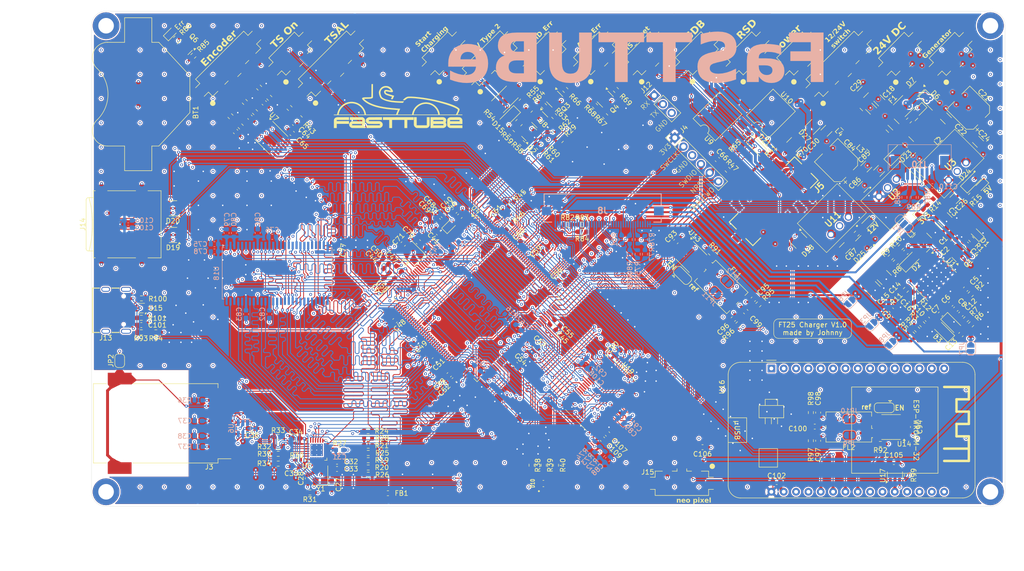
<source format=kicad_pcb>
(kicad_pcb
	(version 20241229)
	(generator "pcbnew")
	(generator_version "9.0")
	(general
		(thickness 1.6238)
		(legacy_teardrops no)
	)
	(paper "A4")
	(layers
		(0 "F.Cu" signal)
		(4 "In1.Cu" power)
		(6 "In2.Cu" power)
		(2 "B.Cu" signal)
		(9 "F.Adhes" user "F.Adhesive")
		(11 "B.Adhes" user "B.Adhesive")
		(13 "F.Paste" user)
		(15 "B.Paste" user)
		(5 "F.SilkS" user "F.Silkscreen")
		(7 "B.SilkS" user "B.Silkscreen")
		(1 "F.Mask" user)
		(3 "B.Mask" user)
		(17 "Dwgs.User" user "User.Drawings")
		(19 "Cmts.User" user "User.Comments")
		(21 "Eco1.User" user "User.Eco1")
		(23 "Eco2.User" user "User.Eco2")
		(25 "Edge.Cuts" user)
		(27 "Margin" user)
		(31 "F.CrtYd" user "F.Courtyard")
		(29 "B.CrtYd" user "B.Courtyard")
		(35 "F.Fab" user)
		(33 "B.Fab" user)
		(39 "User.1" user)
		(41 "User.2" user)
		(43 "User.3" user)
		(45 "User.4" user)
		(47 "User.5" user)
		(49 "User.6" user)
		(51 "User.7" user)
		(53 "User.8" user)
		(55 "User.9" user)
	)
	(setup
		(stackup
			(layer "F.SilkS"
				(type "Top Silk Screen")
			)
			(layer "F.Paste"
				(type "Top Solder Paste")
			)
			(layer "F.Mask"
				(type "Top Solder Mask")
				(thickness 0.01)
			)
			(layer "F.Cu"
				(type "copper")
				(thickness 0.035)
			)
			(layer "dielectric 1"
				(type "prepreg")
				(thickness 0.0994)
				(material "FR4")
				(epsilon_r 4.1)
				(loss_tangent 0.02)
			)
			(layer "In1.Cu"
				(type "copper")
				(thickness 0.035)
			)
			(layer "dielectric 2"
				(type "core")
				(thickness 1.265)
				(material "FR4")
				(epsilon_r 4.5)
				(loss_tangent 0.02)
			)
			(layer "In2.Cu"
				(type "copper")
				(thickness 0.035)
			)
			(layer "dielectric 3"
				(type "prepreg")
				(thickness 0.0994)
				(material "FR4")
				(epsilon_r 4.1)
				(loss_tangent 0.02)
			)
			(layer "B.Cu"
				(type "copper")
				(thickness 0.035)
			)
			(layer "B.Mask"
				(type "Bottom Solder Mask")
				(thickness 0.01)
			)
			(layer "B.Paste"
				(type "Bottom Solder Paste")
			)
			(layer "B.SilkS"
				(type "Bottom Silk Screen")
			)
			(copper_finish "None")
			(dielectric_constraints yes)
		)
		(pad_to_mask_clearance 0)
		(allow_soldermask_bridges_in_footprints no)
		(tenting front back)
		(pcbplotparams
			(layerselection 0x00000000_00000000_55555555_5755f5ff)
			(plot_on_all_layers_selection 0x00000000_00000000_00000000_00000000)
			(disableapertmacros no)
			(usegerberextensions no)
			(usegerberattributes no)
			(usegerberadvancedattributes no)
			(creategerberjobfile yes)
			(dashed_line_dash_ratio 12.000000)
			(dashed_line_gap_ratio 3.000000)
			(svgprecision 4)
			(plotframeref no)
			(mode 1)
			(useauxorigin no)
			(hpglpennumber 1)
			(hpglpenspeed 20)
			(hpglpendiameter 15.000000)
			(pdf_front_fp_property_popups yes)
			(pdf_back_fp_property_popups yes)
			(pdf_metadata yes)
			(pdf_single_document no)
			(dxfpolygonmode yes)
			(dxfimperialunits yes)
			(dxfusepcbnewfont yes)
			(psnegative no)
			(psa4output no)
			(plot_black_and_white yes)
			(sketchpadsonfab no)
			(plotpadnumbers no)
			(hidednponfab no)
			(sketchdnponfab no)
			(crossoutdnponfab no)
			(subtractmaskfromsilk yes)
			(outputformat 1)
			(mirror no)
			(drillshape 0)
			(scaleselection 1)
			(outputdirectory "Gerber/")
		)
	)
	(net 0 "")
	(net 1 "+3V3_FER")
	(net 2 "Earth")
	(net 3 "/Ethernet/LED_G")
	(net 4 "/Ethernet/LED_Y")
	(net 5 "GND")
	(net 6 "+3V3")
	(net 7 "+5V")
	(net 8 "/Power/3V3_Display")
	(net 9 "Net-(C5-Pad2)")
	(net 10 "Net-(U1-COMP)")
	(net 11 "Net-(U1-C1+)")
	(net 12 "Net-(U1-C1-)")
	(net 13 "Net-(U1-C2+)")
	(net 14 "Net-(U1-C2-)")
	(net 15 "Net-(U1-DRV)")
	(net 16 "Net-(U1-FB1)")
	(net 17 "Net-(U1-REF)")
	(net 18 "Net-(U1-VCOMIN)")
	(net 19 "+24V")
	(net 20 "Net-(U3-VI)")
	(net 21 "Net-(U2-VI)")
	(net 22 "/Peripherals/V_{ref2}")
	(net 23 "Net-(D1-A)")
	(net 24 "Net-(D15-K)")
	(net 25 "/IEC_Charging_Circuit/CP")
	(net 26 "/IEC_Charging_Circuit/PP")
	(net 27 "/Core/EV_Start_Charging")
	(net 28 "/Display/LCD_VGL")
	(net 29 "Net-(Q1-B)")
	(net 30 "Net-(Q2-G)")
	(net 31 "Net-(U1-FB3)")
	(net 32 "Net-(U1-FB2)")
	(net 33 "/IEC_Charging_Circuit/PWM_SENSE")
	(net 34 "/Core/Charging_Point_PWM")
	(net 35 "/Core/~{IMD_Error_LED}")
	(net 36 "/SDRAM/D9")
	(net 37 "/SDRAM/A11")
	(net 38 "/Core/~{AMS_Error_LED}")
	(net 39 "/SDRAM/D0")
	(net 40 "unconnected-(U4B-PC13-Pad8)")
	(net 41 "unconnected-(U4B-PD4-Pad146)")
	(net 42 "/Core/PCAP_RST")
	(net 43 "/Display/B5")
	(net 44 "unconnected-(U4B-PD13-Pad101)")
	(net 45 "/SDRAM/D14")
	(net 46 "/SDRAM/D2")
	(net 47 "/SDRAM/D4")
	(net 48 "/Core/OSC_in")
	(net 49 "/Core/SWCLK")
	(net 50 "unconnected-(U4B-PG3-Pad107)")
	(net 51 "/Display/R2")
	(net 52 "/SDRAM/A3")
	(net 53 "/SDRAM/D13")
	(net 54 "/Core/LCD_Reset")
	(net 55 "/Display/R0")
	(net 56 "/SDRAM/A2")
	(net 57 "/Display/R7")
	(net 58 "/Display/B4")
	(net 59 "/Core/AMS_Reset_in")
	(net 60 "/Core/AMS_Reset_out")
	(net 61 "/Core/SDC_out")
	(net 62 "/SDRAM/A0")
	(net 63 "unconnected-(U4B-PF8-Pad26)")
	(net 64 "/SDRAM/SDNE0")
	(net 65 "/Core/SWDIO")
	(net 66 "/SDRAM/A10")
	(net 67 "unconnected-(U4B-PH15-Pad130)")
	(net 68 "/Display/G0")
	(net 69 "/SDRAM/BA0")
	(net 70 "/Ethernet/RMII_TX_EN")
	(net 71 "/Core/NRST")
	(net 72 "/SDRAM/D12")
	(net 73 "/SDRAM/NBL0")
	(net 74 "/Display/B0")
	(net 75 "/Core/RMII_nRST")
	(net 76 "/Display/G2")
	(net 77 "/Display/R1")
	(net 78 "unconnected-(U4B-PI9-Pad11)")
	(net 79 "/SDRAM/SDNWE")
	(net 80 "/Ethernet/RMII_RXD1")
	(net 81 "/SDRAM/A9")
	(net 82 "/SDRAM/D11")
	(net 83 "unconnected-(U4B-PH12-Pad89)")
	(net 84 "/Display/DE")
	(net 85 "/Display/G3")
	(net 86 "/Display/CLK")
	(net 87 "/Peripherals/USART_RX")
	(net 88 "unconnected-(U4B-PD3-Pad145)")
	(net 89 "unconnected-(U4B-PI3-Pad134)")
	(net 90 "/Peripherals/USB_OTG_VBUS")
	(net 91 "/SDRAM/A4")
	(net 92 "/Display/B3")
	(net 93 "/Peripherals/SDMMC_D0")
	(net 94 "/SDRAM/D15")
	(net 95 "/SDRAM/D3")
	(net 96 "/Display/G4")
	(net 97 "/SDRAM/A7")
	(net 98 "unconnected-(U4E-PG2-Pad106)")
	(net 99 "Net-(U4F-BOOT0)")
	(net 100 "unconnected-(U4B-PD7-Pad151)")
	(net 101 "/Display/G7")
	(net 102 "/Core/LED_B")
	(net 103 "/Ethernet/RMII_MDIO")
	(net 104 "/Display/G1")
	(net 105 "/Display/R6")
	(net 106 "/SDRAM/D6")
	(net 107 "/SDRAM/A1")
	(net 108 "/SDRAM/D8")
	(net 109 "/Display/B6")
	(net 110 "/Display/R4")
	(net 111 "/Core/OSC_out")
	(net 112 "unconnected-(U4B-PF6-Pad24)")
	(net 113 "/SDRAM/A5")
	(net 114 "/Display/G6")
	(net 115 "/Peripherals/ESP_RX")
	(net 116 "unconnected-(U4B-PF9-Pad27)")
	(net 117 "/Display/G5")
	(net 118 "/Core/LED_G")
	(net 119 "/Display/R5")
	(net 120 "unconnected-(U4B-PF7-Pad25)")
	(net 121 "/Ethernet/RMII_TXD1")
	(net 122 "/SDRAM/D5")
	(net 123 "/Peripherals/SDMMC_CMD")
	(net 124 "/SDRAM/D1")
	(net 125 "Net-(U4A-VREF+)")
	(net 126 "/Display/B1")
	(net 127 "/Display/B7")
	(net 128 "unconnected-(U4B-PD11-Pad99)")
	(net 129 "/Ethernet/RMII_MDC")
	(net 130 "unconnected-(U4B-PD12-Pad100)")
	(net 131 "/Core/OSC32_in")
	(net 132 "/SDRAM/SDCLK")
	(net 133 "/Peripherals/USART_TX")
	(net 134 "unconnected-(U4B-PA10-Pad121)")
	(net 135 "/Core/LED_R")
	(net 136 "/SDRAM/SDCKE0")
	(net 137 "/Ethernet/RMII_RXD0")
	(net 138 "unconnected-(U4B-PH11-Pad88)")
	(net 139 "/Ethernet/RMII_CRS_DV")
	(net 140 "/Core/TRACESWO")
	(net 141 "/Display/HSYNC")
	(net 142 "/Ethernet/RMII_TXD0")
	(net 143 "/SDRAM/D10")
	(net 144 "/SDRAM/SDNCAS")
	(net 145 "/Display/R3")
	(net 146 "/Core/OSC32_out")
	(net 147 "/Display/VSYNC")
	(net 148 "/SDRAM/D7")
	(net 149 "unconnected-(U4B-PG9-Pad152)")
	(net 150 "/SDRAM/BA1")
	(net 151 "/SDRAM/SDNRAS")
	(net 152 "/SDRAM/A6")
	(net 153 "/SDRAM/NBL1")
	(net 154 "/Display/B2")
	(net 155 "/Ethernet/RMII_REF_CLK")
	(net 156 "/SDRAM/A8")
	(net 157 "unconnected-(U4B-PB2-Pad58)")
	(net 158 "/Ethernet/XTAL2")
	(net 159 "/Ethernet/XTAL1")
	(net 160 "/Peripherals/ESP_TX")
	(net 161 "/Peripherals/STM_CAN_TX")
	(net 162 "/Peripherals/STM_CAN_RX")
	(net 163 "/Peripherals/SDMMC_CK")
	(net 164 "/Peripherals/ESP_CAN_RX")
	(net 165 "/SDC_and_SCS/RSD_in")
	(net 166 "/SDC_and_SCS/RSD_out")
	(net 167 "/Peripherals/ESP_CAN_TX")
	(net 168 "/Display/LCD_VGH")
	(net 169 "Net-(D5-A)")
	(net 170 "Net-(D9-A)")
	(net 171 "/Core/SDC_in")
	(net 172 "Net-(Q3-G)")
	(net 173 "Net-(Q4-G)")
	(net 174 "/Core/SDC_enable")
	(net 175 "/Display/I2C_SDA")
	(net 176 "/Display/I2C_SCL")
	(net 177 "/Display/LCD_SELB")
	(net 178 "VDD")
	(net 179 "/Display/LCD_STBYB")
	(net 180 "Net-(J1-Pin_1)")
	(net 181 "/Display/LCD_U{slash}D")
	(net 182 "/Display/LCD_L{slash}R")
	(net 183 "/Display/RXIN0-")
	(net 184 "/Display/RXCLKIN+")
	(net 185 "/Display/RXIN0+")
	(net 186 "/Display/RXIN2-")
	(net 187 "/Display/RXIN1-")
	(net 188 "/Display/RXIN2+")
	(net 189 "/Display/RXIN3+")
	(net 190 "/Display/RXIN3-")
	(net 191 "/Display/RXIN1+")
	(net 192 "/Display/RXCLKIN-")
	(net 193 "Net-(J2-Pin_1)")
	(net 194 "Net-(U4F-PDR_ON)")
	(net 195 "/Peripherals/SDMMC_D1")
	(net 196 "/Peripherals/SDMMC_D2")
	(net 197 "/Peripherals/SDMMC_D3")
	(net 198 "/Core/SDC_Voltage")
	(net 199 "/Core/TSAL_Green")
	(net 200 "/Core/TS_on")
	(net 201 "/Peripherals/USB_OTG_DP")
	(net 202 "/Peripherals/USB_OTG_DN")
	(net 203 "/Peripherals/D-")
	(net 204 "/Peripherals/D+")
	(net 205 "/Core/PCAP_Int")
	(net 206 "/Display/LCD_VDD")
	(net 207 "/Core/Encoder_push")
	(net 208 "/Core/Encoder_A")
	(net 209 "/Core/Encoder_B")
	(net 210 "/Ethernet/RXN")
	(net 211 "/Ethernet/TXN")
	(net 212 "/Ethernet/RXP")
	(net 213 "/Ethernet/TXP")
	(net 214 "/Core/SDC_on")
	(net 215 "/Core/EncB_on")
	(net 216 "/Core/EncPush_on")
	(net 217 "/Core/EncA_on")
	(net 218 "Net-(D16-A)")
	(net 219 "Net-(D16-K)")
	(net 220 "Net-(D17-K)")
	(net 221 "Net-(D17-A)")
	(net 222 "/Display/LCD_AVDD")
	(net 223 "/Display/VCOM")
	(net 224 "Net-(D7-K)")
	(net 225 "unconnected-(U4B-PH9-Pad86)")
	(net 226 "unconnected-(U4B-PH6-Pad83)")
	(net 227 "unconnected-(U4B-PH7-Pad84)")
	(net 228 "Net-(D3-A)")
	(net 229 "Net-(J13-CC2)")
	(net 230 "Net-(U5-VDDCR)")
	(net 231 "Net-(C39-Pad1)")
	(net 232 "Net-(C64-Pad1)")
	(net 233 "Net-(C67-Pad1)")
	(net 234 "Net-(C72-Pad1)")
	(net 235 "Net-(C73-Pad1)")
	(net 236 "Net-(U15-VBUS)")
	(net 237 "Net-(D2-A)")
	(net 238 "Net-(D8-A)")
	(net 239 "Net-(D10-BK)")
	(net 240 "Net-(D10-GK)")
	(net 241 "Net-(D10-RK)")
	(net 242 "Net-(JP12-B)")
	(net 243 "Net-(JP11-B)")
	(net 244 "Net-(JP9-B)")
	(net 245 "Net-(JP10-B)")
	(net 246 "Net-(Q6-G)")
	(net 247 "Net-(J3-Pad11)")
	(net 248 "Net-(J3-Pad2)")
	(net 249 "unconnected-(J3-NC-Pad9)")
	(net 250 "Net-(J5-Pin_2)")
	(net 251 "Net-(J13-CC1)")
	(net 252 "unconnected-(J13-SBU2-PadB8)")
	(net 253 "unconnected-(J13-SBU1-PadA8)")
	(net 254 "Net-(Q2-D)")
	(net 255 "Net-(R29-Pad1)")
	(net 256 "Net-(J15-Pin_2)")
	(net 257 "Net-(JP4-C)")
	(net 258 "Net-(JP5-C)")
	(net 259 "Net-(R3-Pad2)")
	(net 260 "Net-(R8-Pad2)")
	(net 261 "/Peripherals/V_{ref1}")
	(net 262 "Net-(U5-RXD0{slash}MODE0)")
	(net 263 "Net-(U5-RXD1{slash}MODE1)")
	(net 264 "Net-(U5-CRS_DV{slash}MODE2)")
	(net 265 "Net-(U5-~{INT}{slash}REFCLKO)")
	(net 266 "Net-(U5-RXER{slash}PHYAD0)")
	(net 267 "Net-(U5-RBIAS)")
	(net 268 "Net-(U8--)")
	(net 269 "Net-(R65-Pad1)")
	(net 270 "Net-(R70-Pad2)")
	(net 271 "V_{In}")
	(net 272 "Net-(R75-Pad2)")
	(net 273 "Net-(U13-Rs)")
	(net 274 "Net-(U14-Rs)")
	(net 275 "Net-(U16-D21)")
	(net 276 "unconnected-(U7-Pad12)")
	(net 277 "unconnected-(U7-Pad10)")
	(net 278 "unconnected-(U9-Pad3)")
	(net 279 "unconnected-(U10-Pad3)")
	(net 280 "unconnected-(U10-Pad5)")
	(net 281 "unconnected-(U16-D26-Pad7)")
	(net 282 "unconnected-(U16-D2-Pad27)")
	(net 283 "unconnected-(U16-VIN-Pad1)")
	(net 284 "unconnected-(U16-D34-Pad12)")
	(net 285 "unconnected-(U16-D39{slash}VN-Pad13)")
	(net 286 "unconnected-(U16-D19-Pad21)")
	(net 287 "unconnected-(U16-D36{slash}VP-Pad14)")
	(net 288 "unconnected-(U16-TX0{slash}D1-Pad18)")
	(net 289 "unconnected-(U16-D14-Pad5)")
	(net 290 "unconnected-(U16-D25-Pad8)")
	(net 291 "unconnected-(U16-D15-Pad28)")
	(net 292 "unconnected-(U16-D13-Pad3)")
	(net 293 "unconnected-(U16-D23-Pad16)")
	(net 294 "unconnected-(U16-D27-Pad6)")
	(net 295 "unconnected-(U16-EN-Pad15)")
	(net 296 "unconnected-(U16-D33-Pad9)")
	(net 297 "unconnected-(U16-D22-Pad17)")
	(net 298 "unconnected-(U16-D35-Pad11)")
	(net 299 "unconnected-(U16-D18-Pad22)")
	(net 300 "unconnected-(U16-D12-Pad4)")
	(net 301 "unconnected-(U16-D32-Pad10)")
	(net 302 "unconnected-(U16-RX0{slash}D3-Pad19)")
	(net 303 "unconnected-(U17-NC-Pad1)")
	(net 304 "Net-(BT1-+)")
	(net 305 "VBAT")
	(net 306 "Net-(D22-A)")
	(net 307 "Net-(U4E-PG8)")
	(net 308 "unconnected-(U18-NC-Pad40)")
	(net 309 "unconnected-(U18-NC-Pad36)")
	(net 310 "Net-(U11-VI)")
	(net 311 "Net-(D25-K)")
	(net 312 "Net-(D26-A)")
	(net 313 "+12V")
	(net 314 "unconnected-(J8-Pin_37-Pad37)")
	(net 315 "unconnected-(J8-Pin_23-Pad23)")
	(net 316 "unconnected-(J8-Pin_26-Pad26)")
	(net 317 "Net-(J8-Pin_35)")
	(net 318 "unconnected-(J8-Pin_27-Pad27)")
	(net 319 "unconnected-(J8-Pin_24-Pad24)")
	(net 320 "Net-(J8-Pin_38)")
	(net 321 "unconnected-(J8-Pin_4-Pad4)")
	(net 322 "Net-(J8-Pin_29)")
	(net 323 "Net-(J8-Pin_1)")
	(net 324 "unconnected-(J8-Pin_36-Pad36)")
	(net 325 "Net-(U19-CLKSEL)")
	(net 326 "Net-(U19-~{SHTDN})")
	(net 327 "Net-(R76-Pad2)")
	(net 328 "/Core/CAN+")
	(net 329 "/Core/CAN-")
	(net 330 "Net-(R43-Pad2)")
	(footprint "Capacitor_SMD:C_1206_3216Metric" (layer "F.Cu") (at 218.05 68.997055 -45))
	(footprint "Capacitor_SMD:C_0603_1608Metric" (layer "F.Cu") (at 217.599138 91.659104 45))
	(footprint "Package_SO:SOIC-8_3.9x4.9mm_P1.27mm" (layer "F.Cu") (at 214.55 127.660001 180))
	(footprint "Resistor_SMD:R_0603_1608Metric" (layer "F.Cu") (at 106.95 137.5))
	(footprint "Capacitor_SMD:C_0603_1608Metric" (layer "F.Cu") (at 158.3 112.25 45))
	(footprint "Capacitor_SMD:C_1206_3216Metric" (layer "F.Cu") (at 232.45 68.897055 -45))
	(footprint "Capacitor_SMD:C_0603_1608Metric" (layer "F.Cu") (at 91.3 67.197055 135))
	(footprint "Capacitor_SMD:C_0603_1608Metric" (layer "F.Cu") (at 218.670709 101.512049 -45))
	(footprint "Charger:ESP32-WROOM-32-DevKit-30Pin" (layer "F.Cu") (at 189.92 115.6 -90))
	(footprint "LED_SMD:LED_0603_1608Metric" (layer "F.Cu") (at 66.35 46.55 45))
	(footprint "Inductor_SMD:L_Wuerth_WE-PD2-Typ-MS" (layer "F.Cu") (at 211.8 68.697055 -45))
	(footprint "Package_TO_SOT_SMD:SOT-23-3" (layer "F.Cu") (at 155.728751 60.125806 -45))
	(footprint "Resistor_SMD:R_0603_1608Metric" (layer "F.Cu") (at 88.425 131.675 180))
	(footprint "Package_DIP:SMDIP-6_W9.53mm" (layer "F.Cu") (at 178.828751 63.675806 135))
	(footprint "FaSTTUBe_connectors:Micro_Mate-N-Lok_2p_vertical" (layer "F.Cu") (at 226.8 50.8 -135))
	(footprint "Resistor_SMD:R_0603_1608Metric" (layer "F.Cu") (at 187.260986 102.407037 45))
	(footprint "Resistor_SMD:R_0603_1608Metric" (layer "F.Cu") (at 60.2725 101.16 180))
	(footprint "Diode_SMD:D_SOD-123" (layer "F.Cu") (at 222.6 60.547055 -45))
	(footprint "Package_SO:TSSOP-56_6.1x14mm_P0.5mm" (layer "F.Cu") (at 154.773231 121.177037 -45))
	(footprint "Inductor_SMD:L_0603_1608Metric" (layer "F.Cu") (at 111 141.3 180))
	(footprint "Resistor_SMD:R_0603_1608Metric" (layer "F.Cu") (at 60.2475 108.16))
	(footprint "Inductor_SMD:L_Wuerth_WE-PD2-Typ-MS" (layer "F.Cu") (at 221.75 66.297055 45))
	(footprint "LED_SMD:LED_0603_1608Metric" (layer "F.Cu") (at 220.356847 62.390208 -135))
	(footprint "Capacitor_SMD:CP_Elec_6.3x7.7"
		(layer "F.Cu")
		(uuid "1d59d4be-6c91-41c2-a416-ab52467cfd6a")
		(at 230.75 62.247055 135)
		(descr "SMD capacitor, aluminum electrolytic, Nichicon, 6.3x7.7mm")
		(tags "capacitor electrolytic")
		(property "Reference" "C21"
			(at 0.070711 4.17193 135)
			(layer "F.SilkS")
			(uuid "d0313835-23ca-42ec-a03e-43f910ea00c6")
			(effects
				(font
					(size 1 1)
					(thickness 0.15)
				)
			)
		)
		(property "Value" "47µ"
			(at 0 4.349999 135)
			(layer "F.Fab")
			(uuid "42125bc9-79ae-4eed-bbf5-906016a026b4")
			(effects
				(font
					(size 1 1)
					(thickness 0.15)
				)
			)
		)
		(property "Datasheet" "https://www.we-online.com/components/products/datasheet/865060645008.pdf"
			(at 0 0 135)
			(unlocked yes)
			(layer "F.Fab")
			(hide yes)
			(uuid "bfadd972-881b-4a4b-8d20-32d660628aae")
			(effects
				(font
					(size 1.27 1.27)
					(thickness 0.15)
				)
			)
		)
		(property "Description" "865060645008"
			(at 0 0 135)
			(unlocked yes)
			(layer "F.Fab")
			(hide yes)
			(uuid "8adf7927-e245-4d8f-aa44-60c35607a699")
			(effects
				(font
					(size 1.27 1.27)
					(thickness 0.15)
				)
			)
		)
		(property ki_fp_filters "CP_*")
		(path "/91c9895f-7dce-429f-866f-2980d966c967/8e3e4ce7-fd80-411a-bae8-e3b7b371f81a")
		(sheetname "/Power/")
		(sheetfile "Power.kicad_sch")
		(attr smd)
		(fp_line
			(start 3.41 -3.41)
			(end 3.41 -1.06)
			(stroke
				(width 0.12)
				(type solid)
			)
			(layer "F.SilkS")
			(uuid "8a7491ac-b856-45f2-88a6-c5ae654a82c0")
		)
		(fp_line
			(start -2.345563 -3.410001)
			(end 3.41 -3.41)
			(stroke
				(width 0.12)
				(type solid)
			)
			(layer "F.SilkS")
			(uuid "b63dce65-62c9-4ab7-92c0-a479a640a23f")
		)
		(fp_line
			(start 3.41 3.41)
			(end 3.41 1.06)
			(stroke
				(width 0.12)
				(type solid)
			)
			(layer "F.SilkS")
			(uuid "bfb20e56-5802-493c-ad3a-efa664363add")
		)
		(fp_line
			(start -3.410001 -2.345563)
			(end -2.345563 -3.410001)
			(stroke
				(width 0.12)
				(type solid)
			)
			(layer "F.SilkS")
			(uuid "7b46ff09-afbb-49c4-a8e2-3ac312fc104e")
		)
		(fp_line
			(start -3.410001 -2.345563)
			(end -3.41 -1.06)
			(stroke
				(width 0.12)
				(type solid)
			)
			(layer "F.SilkS")
			(uuid "1eb40303-5f7e-4ca1-ac57-44bc083a4e33")
		)
		(fp_line
			(start -4.04375 -2.24125)
			(end -4.043751 -1.45375)
			(stroke
				(width 0.12)
				(type solid)
			)
			(layer "F.SilkS")
			(uuid "68ef9b98-27df-404c-9f8a-ca6dc3978271")
		)
		(fp_line
			(start -4.4375 -1.8475)
			(end -3.65 -1.8475)
			(stroke
				(width 0.12)
				(type solid)
			)
			(layer "F.SilkS")
			(uuid "8b005dbe-4bca-403c-88d7-3daf71ddf4d3")
		)
		(fp_line
			(start -2.345563 3.410001)
			(end 3.41 3.41)
			(stroke
				(width 0.12)
				(type solid)
			)
			(layer "F.SilkS")
			(uuid "dcd64879-a1e4-4260-b5f5-84f14b562340")
		)
		(fp_line
			(start -3.410001 2.345563)
			(end -3.41 1.06)
			(stroke
				(width 0.12)
				(type solid)
			)
			(layer "F.SilkS")
			(uuid "3e96cdbc-0662-4285-aecf-1a9f3306e54c")
		)
		(fp_line
			(start -3.410001 2.345563)
			(end -2.345563 3.410001)
			(stroke
				(width 0.12)
				(type solid)
			)
			(layer "F.SilkS")
			(uuid "d8f6a2f1-29b6-46fd-ae12-8175c646b92a")
		)
		(fp_line
			(start 3.55 -3.55)
			(end 3.55 -1.05)
			(stroke
				(width 0.05)
				(type solid)
			)
			(layer "F.CrtYd")
			(uuid "2debbf62-07ec-452d-962d-f55e306897ee")
		)
		(fp_line
			(start 4.7 -1.05)
			(end 4.7 1.05)
			(stroke
				(width 0.05)
				(type solid)
			)
			(layer "F.CrtYd")
			(uuid "c1b824b7-1bbd-48af-b18c-abf71810a7b4")
		)
		(fp_line
			(start 3.55 -1.05)
			(end 4.7 -1.05)
			(stroke
				(width 0.05)
				(type solid)
			)
			(layer "F.CrtYd")
			(uuid "99598c29-977c-4b08-be30-8c34847c250b")
		)
		(fp_line
			(start 4.7 1.05)
			(end 3.55 1.05)
			(stroke
				(width 0.05)
				(type solid)
			)
			(layer "F.CrtYd")
			(uuid "20b24341-c514-4443-927b-e8706038f564")
		)
		(fp_line
			(start 3.55 1.05)
			(end 3.55 3.55)
			(stroke
				(width 0.05)
				(type solid)
			)
			(layer "F.CrtYd")
			(uuid "b8b70be6-a591-41c3-85e4-9e39cda959a2")
		)
		(fp_line
			(start -2.4 -3.55)
			(end 3.55 -3.55)
			(stroke
				(width 0.05)
				(type solid)
			)
			(layer "F.CrtYd")
			(uuid "e306ae5e-33e3-4f99-b9f4-3fe5f8f7119c")
		)
		(fp_line
			(start -3.55 -2.4)
			(end -2.4 -3.55)
			(stroke
				(width 0.05)
				(type solid)
			)
			(layer "F.CrtYd")
			(uuid "70b855e8-c34d-4d20-9a79-7323c24cdf90")
		)
		(fp_line
			(start -3.55 -2.4)
			(end -3.55 -1.05)
			(stroke
				(width 0.05)
				(type solid)
			)
			(layer "F.CrtYd")
			(uuid "f5229516-49f3-40c6-afbe-1378ec13fc2a")
		)
		(fp_line
			(start -3.55 -1.05)
			(end -4.7 -1.05)
			(stroke
				(width 0.05)
				(type solid)
			)
			(layer "F.CrtYd")
			(uuid "a4a2f777-40d3-45a8-a4c1-cdbd894da2f6")
		)
		(fp_line
			(start -4.7 -1.05)
			(end -4.7 1.05)
			(stroke
				(width 0.05)
				(type solid)
			)
			(layer "F.CrtYd")
			(uuid "dfd42a49-10a5-4bc0-9ae5-e7991cb55aca")
		)
		(fp_line
			(start -3.55 1.05)
			(end -3.55 2.4)
			(stroke
				(width 0.05)
				(type solid)
			)
			(layer "F.CrtYd")
			(uuid "ad2d4c27-77c7-47c8-a128-c9517f99651e")
		)
		(fp_line
			(start -4.7 1.05)
			(end -3.55 1.05)
			(stroke
				(width 0.05)
				(type solid)
			)
			(layer "F.CrtYd")
			(uuid "14e06c19-066c-40b8-bc37-411d87c2cf5f")
		)
		(fp_line
			(start -2.4 3.55)
			(end 3.55 3.55)
			(stroke
				(width 0.05)
				(type solid)
			)
			(layer "F.CrtYd")
			(uuid "71c642a0-1d08-44f4-bc63-04df42fd8ecd")
		)
		(fp_line
			(start -3.55 2.4)
			(end -2.4 3.55)
			(stroke
				(width 0.05)
				(type solid)
			)
			(layer "F.CrtYd")
			(uuid "8ec3fd0b-aa04-4e88-9ad3-89b26686587f")
		)
		(fp_line
			(start 3.3 -3.3)
			(end 3.3 3.3)
			(stroke
				(width 0.1)
				(type solid)
			)
			(layer "F.Fab")
			(uuid "82084bca-674b-4b4f-8bb8-ad0f43739491")
		)
		(fp_line
			(start -2.3 -3.3)
			(end 3.3 -3.3)
			(stroke
				(width 0.1)
				(type solid)
			)
			(layer "F.Fab")
			(uuid "a7de1d59-c5e6-4f2a-be4b-696e10acde1c")
		)
		(fp_line
			(start -2.389838 -1.645)
			(end -2.389838 -1.015)
			(stroke
				(width 0.1)
				(type solid)
			)
			(layer "F.Fab")
			(uuid "e42ea468-3b68-4dc5-ae69-2c33ec89fb1e")
		)
		(fp_line
			(start -3.3 -2.3)
			(end -2.3 -3.3)
			(stroke
				(width 0.1)
				(type solid)
			)
			(layer "F.Fab")
			(uuid "3a4d4178-410a-4951-ab07-a1d6481e6c61")
		)
		(fp_line
			(start -3.3 -2.3)
			(end -3.3 2.3)
			(stroke
				(width 0.1)
				(type solid)
			)
			(layer "F.Fab")
			(uuid "0a4bf75d-5bb9-451e-8e9f-ba1b1f6a24d2")
		)
		(fp_line
			(start -2.704838 -1.33)
			(end -2.074838 -1.33)
			(stroke
				(width 0.1)
				(type solid)
			)
			(layer "F.Fab")
			(uuid "186e17b5-72ea-47a7-8630-242ef47a53e5")
		)
		(fp_line
			(start -2.3 3.3)
			(end 3.3 3.3)
			(stroke
				(width 0.1)
				(type solid)
			)
			(layer "F.Fab")
			(uuid "7803d639-5f57-4d55-bd46-e95b4397a893")
		)
		(fp_line
			(start -3.3 2.3)
			(end -2.3 3.3)
			(stroke
				(width 0.1)
				(type solid)
			)
			(layer "F.Fab")
			(uuid "4bc9c716-1aff-4678-86b0-8af70a9a8165")
		)
		(fp_circle
			(center 0 0)
			(end 3.149999 0)
			(stroke
				(width 0.1)
				(type solid)
			)
			(fill no)
			(layer "F.Fab")
			(uuid "5103efed-f94e-41eb-bf80-45417b5b1050")
		)
		(fp_text user "${REFERENCE}"
			(at 0 0 135)
			(layer "F.Fab")
			(uuid "2d46c2e
... [10126846 chars truncated]
</source>
